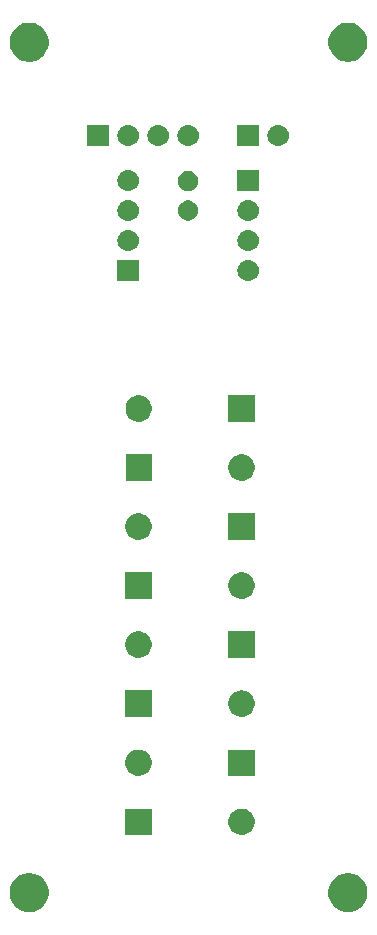
<source format=gbr>
G04 #@! TF.GenerationSoftware,KiCad,Pcbnew,(5.1.2-1)-1*
G04 #@! TF.CreationDate,2019-06-03T16:39:24-07:00*
G04 #@! TF.ProjectId,PowerDistribution,506f7765-7244-4697-9374-726962757469,rev?*
G04 #@! TF.SameCoordinates,Original*
G04 #@! TF.FileFunction,Soldermask,Top*
G04 #@! TF.FilePolarity,Negative*
%FSLAX46Y46*%
G04 Gerber Fmt 4.6, Leading zero omitted, Abs format (unit mm)*
G04 Created by KiCad (PCBNEW (5.1.2-1)-1) date 2019-06-03 16:39:24*
%MOMM*%
%LPD*%
G04 APERTURE LIST*
%ADD10C,0.100000*%
G04 APERTURE END LIST*
D10*
G36*
X138375256Y-24391298D02*
G01*
X138481579Y-24412447D01*
X138782042Y-24536903D01*
X139052451Y-24717585D01*
X139282415Y-24947549D01*
X139463097Y-25217958D01*
X139587553Y-25518421D01*
X139651000Y-25837391D01*
X139651000Y-26162609D01*
X139587553Y-26481579D01*
X139463097Y-26782042D01*
X139282415Y-27052451D01*
X139052451Y-27282415D01*
X138782042Y-27463097D01*
X138481579Y-27587553D01*
X138375256Y-27608702D01*
X138162611Y-27651000D01*
X137837389Y-27651000D01*
X137624744Y-27608702D01*
X137518421Y-27587553D01*
X137217958Y-27463097D01*
X136947549Y-27282415D01*
X136717585Y-27052451D01*
X136536903Y-26782042D01*
X136412447Y-26481579D01*
X136349000Y-26162609D01*
X136349000Y-25837391D01*
X136412447Y-25518421D01*
X136536903Y-25217958D01*
X136717585Y-24947549D01*
X136947549Y-24717585D01*
X137217958Y-24536903D01*
X137518421Y-24412447D01*
X137624744Y-24391298D01*
X137837389Y-24349000D01*
X138162611Y-24349000D01*
X138375256Y-24391298D01*
X138375256Y-24391298D01*
G37*
G36*
X111375256Y-24391298D02*
G01*
X111481579Y-24412447D01*
X111782042Y-24536903D01*
X112052451Y-24717585D01*
X112282415Y-24947549D01*
X112463097Y-25217958D01*
X112587553Y-25518421D01*
X112651000Y-25837391D01*
X112651000Y-26162609D01*
X112587553Y-26481579D01*
X112463097Y-26782042D01*
X112282415Y-27052451D01*
X112052451Y-27282415D01*
X111782042Y-27463097D01*
X111481579Y-27587553D01*
X111375256Y-27608702D01*
X111162611Y-27651000D01*
X110837389Y-27651000D01*
X110624744Y-27608702D01*
X110518421Y-27587553D01*
X110217958Y-27463097D01*
X109947549Y-27282415D01*
X109717585Y-27052451D01*
X109536903Y-26782042D01*
X109412447Y-26481579D01*
X109349000Y-26162609D01*
X109349000Y-25837391D01*
X109412447Y-25518421D01*
X109536903Y-25217958D01*
X109717585Y-24947549D01*
X109947549Y-24717585D01*
X110217958Y-24536903D01*
X110518421Y-24412447D01*
X110624744Y-24391298D01*
X110837389Y-24349000D01*
X111162611Y-24349000D01*
X111375256Y-24391298D01*
X111375256Y-24391298D01*
G37*
G36*
X121367600Y-21117600D02*
G01*
X119132400Y-21117600D01*
X119132400Y-18882400D01*
X121367600Y-18882400D01*
X121367600Y-21117600D01*
X121367600Y-21117600D01*
G37*
G36*
X129140800Y-18887232D02*
G01*
X129325992Y-18924068D01*
X129529382Y-19008315D01*
X129712429Y-19130623D01*
X129868097Y-19286291D01*
X129990405Y-19469338D01*
X130074652Y-19672728D01*
X130117600Y-19888646D01*
X130117600Y-20108794D01*
X130074652Y-20324712D01*
X129990405Y-20528102D01*
X129868097Y-20711149D01*
X129712429Y-20866817D01*
X129529382Y-20989125D01*
X129325992Y-21073372D01*
X129140800Y-21110208D01*
X129110075Y-21116320D01*
X128889925Y-21116320D01*
X128859200Y-21110208D01*
X128674008Y-21073372D01*
X128470618Y-20989125D01*
X128287571Y-20866817D01*
X128131903Y-20711149D01*
X128009595Y-20528102D01*
X127925348Y-20324712D01*
X127882400Y-20108794D01*
X127882400Y-19888646D01*
X127925348Y-19672728D01*
X128009595Y-19469338D01*
X128131903Y-19286291D01*
X128287571Y-19130623D01*
X128470618Y-19008315D01*
X128674008Y-18924068D01*
X128859200Y-18887232D01*
X128889925Y-18881120D01*
X129110075Y-18881120D01*
X129140800Y-18887232D01*
X129140800Y-18887232D01*
G37*
G36*
X120390800Y-13889792D02*
G01*
X120575992Y-13926628D01*
X120779382Y-14010875D01*
X120962429Y-14133183D01*
X121118097Y-14288851D01*
X121240405Y-14471898D01*
X121324652Y-14675288D01*
X121367600Y-14891206D01*
X121367600Y-15111354D01*
X121324652Y-15327272D01*
X121240405Y-15530662D01*
X121118097Y-15713709D01*
X120962429Y-15869377D01*
X120779382Y-15991685D01*
X120575992Y-16075932D01*
X120390800Y-16112768D01*
X120360075Y-16118880D01*
X120139925Y-16118880D01*
X120109200Y-16112768D01*
X119924008Y-16075932D01*
X119720618Y-15991685D01*
X119537571Y-15869377D01*
X119381903Y-15713709D01*
X119259595Y-15530662D01*
X119175348Y-15327272D01*
X119132400Y-15111354D01*
X119132400Y-14891206D01*
X119175348Y-14675288D01*
X119259595Y-14471898D01*
X119381903Y-14288851D01*
X119537571Y-14133183D01*
X119720618Y-14010875D01*
X119924008Y-13926628D01*
X120109200Y-13889792D01*
X120139925Y-13883680D01*
X120360075Y-13883680D01*
X120390800Y-13889792D01*
X120390800Y-13889792D01*
G37*
G36*
X130117600Y-16117600D02*
G01*
X127882400Y-16117600D01*
X127882400Y-13882400D01*
X130117600Y-13882400D01*
X130117600Y-16117600D01*
X130117600Y-16117600D01*
G37*
G36*
X121367600Y-11117600D02*
G01*
X119132400Y-11117600D01*
X119132400Y-8882400D01*
X121367600Y-8882400D01*
X121367600Y-11117600D01*
X121367600Y-11117600D01*
G37*
G36*
X129140800Y-8887232D02*
G01*
X129325992Y-8924068D01*
X129529382Y-9008315D01*
X129712429Y-9130623D01*
X129868097Y-9286291D01*
X129990405Y-9469338D01*
X130074652Y-9672728D01*
X130117600Y-9888646D01*
X130117600Y-10108794D01*
X130074652Y-10324712D01*
X129990405Y-10528102D01*
X129868097Y-10711149D01*
X129712429Y-10866817D01*
X129529382Y-10989125D01*
X129325992Y-11073372D01*
X129140800Y-11110208D01*
X129110075Y-11116320D01*
X128889925Y-11116320D01*
X128859200Y-11110208D01*
X128674008Y-11073372D01*
X128470618Y-10989125D01*
X128287571Y-10866817D01*
X128131903Y-10711149D01*
X128009595Y-10528102D01*
X127925348Y-10324712D01*
X127882400Y-10108794D01*
X127882400Y-9888646D01*
X127925348Y-9672728D01*
X128009595Y-9469338D01*
X128131903Y-9286291D01*
X128287571Y-9130623D01*
X128470618Y-9008315D01*
X128674008Y-8924068D01*
X128859200Y-8887232D01*
X128889925Y-8881120D01*
X129110075Y-8881120D01*
X129140800Y-8887232D01*
X129140800Y-8887232D01*
G37*
G36*
X120390800Y-3889792D02*
G01*
X120575992Y-3926628D01*
X120779382Y-4010875D01*
X120962429Y-4133183D01*
X121118097Y-4288851D01*
X121240405Y-4471898D01*
X121324652Y-4675288D01*
X121367600Y-4891206D01*
X121367600Y-5111354D01*
X121324652Y-5327272D01*
X121240405Y-5530662D01*
X121118097Y-5713709D01*
X120962429Y-5869377D01*
X120779382Y-5991685D01*
X120575992Y-6075932D01*
X120390800Y-6112768D01*
X120360075Y-6118880D01*
X120139925Y-6118880D01*
X120109200Y-6112768D01*
X119924008Y-6075932D01*
X119720618Y-5991685D01*
X119537571Y-5869377D01*
X119381903Y-5713709D01*
X119259595Y-5530662D01*
X119175348Y-5327272D01*
X119132400Y-5111354D01*
X119132400Y-4891206D01*
X119175348Y-4675288D01*
X119259595Y-4471898D01*
X119381903Y-4288851D01*
X119537571Y-4133183D01*
X119720618Y-4010875D01*
X119924008Y-3926628D01*
X120109200Y-3889792D01*
X120139925Y-3883680D01*
X120360075Y-3883680D01*
X120390800Y-3889792D01*
X120390800Y-3889792D01*
G37*
G36*
X130117600Y-6117600D02*
G01*
X127882400Y-6117600D01*
X127882400Y-3882400D01*
X130117600Y-3882400D01*
X130117600Y-6117600D01*
X130117600Y-6117600D01*
G37*
G36*
X121367600Y-1117600D02*
G01*
X119132400Y-1117600D01*
X119132400Y1117600D01*
X121367600Y1117600D01*
X121367600Y-1117600D01*
X121367600Y-1117600D01*
G37*
G36*
X129140800Y1112768D02*
G01*
X129325992Y1075932D01*
X129529382Y991685D01*
X129712429Y869377D01*
X129868097Y713709D01*
X129990405Y530662D01*
X130074652Y327272D01*
X130117600Y111354D01*
X130117600Y-108794D01*
X130074652Y-324712D01*
X129990405Y-528102D01*
X129868097Y-711149D01*
X129712429Y-866817D01*
X129529382Y-989125D01*
X129325992Y-1073372D01*
X129140800Y-1110208D01*
X129110075Y-1116320D01*
X128889925Y-1116320D01*
X128859200Y-1110208D01*
X128674008Y-1073372D01*
X128470618Y-989125D01*
X128287571Y-866817D01*
X128131903Y-711149D01*
X128009595Y-528102D01*
X127925348Y-324712D01*
X127882400Y-108794D01*
X127882400Y111354D01*
X127925348Y327272D01*
X128009595Y530662D01*
X128131903Y713709D01*
X128287571Y869377D01*
X128470618Y991685D01*
X128674008Y1075932D01*
X128859200Y1112768D01*
X128889925Y1118880D01*
X129110075Y1118880D01*
X129140800Y1112768D01*
X129140800Y1112768D01*
G37*
G36*
X120390800Y6110208D02*
G01*
X120575992Y6073372D01*
X120779382Y5989125D01*
X120962429Y5866817D01*
X121118097Y5711149D01*
X121240405Y5528102D01*
X121324652Y5324712D01*
X121367600Y5108794D01*
X121367600Y4888646D01*
X121324652Y4672728D01*
X121240405Y4469338D01*
X121118097Y4286291D01*
X120962429Y4130623D01*
X120779382Y4008315D01*
X120575992Y3924068D01*
X120390800Y3887232D01*
X120360075Y3881120D01*
X120139925Y3881120D01*
X120109200Y3887232D01*
X119924008Y3924068D01*
X119720618Y4008315D01*
X119537571Y4130623D01*
X119381903Y4286291D01*
X119259595Y4469338D01*
X119175348Y4672728D01*
X119132400Y4888646D01*
X119132400Y5108794D01*
X119175348Y5324712D01*
X119259595Y5528102D01*
X119381903Y5711149D01*
X119537571Y5866817D01*
X119720618Y5989125D01*
X119924008Y6073372D01*
X120109200Y6110208D01*
X120139925Y6116320D01*
X120360075Y6116320D01*
X120390800Y6110208D01*
X120390800Y6110208D01*
G37*
G36*
X130117600Y3882400D02*
G01*
X127882400Y3882400D01*
X127882400Y6117600D01*
X130117600Y6117600D01*
X130117600Y3882400D01*
X130117600Y3882400D01*
G37*
G36*
X121402600Y8882400D02*
G01*
X119167400Y8882400D01*
X119167400Y11117600D01*
X121402600Y11117600D01*
X121402600Y8882400D01*
X121402600Y8882400D01*
G37*
G36*
X129140800Y11112768D02*
G01*
X129325992Y11075932D01*
X129529382Y10991685D01*
X129712429Y10869377D01*
X129868097Y10713709D01*
X129990405Y10530662D01*
X130074652Y10327272D01*
X130117600Y10111354D01*
X130117600Y9891206D01*
X130074652Y9675288D01*
X129990405Y9471898D01*
X129868097Y9288851D01*
X129712429Y9133183D01*
X129529382Y9010875D01*
X129325992Y8926628D01*
X129140800Y8889792D01*
X129110075Y8883680D01*
X128889925Y8883680D01*
X128859200Y8889792D01*
X128674008Y8926628D01*
X128470618Y9010875D01*
X128287571Y9133183D01*
X128131903Y9288851D01*
X128009595Y9471898D01*
X127925348Y9675288D01*
X127882400Y9891206D01*
X127882400Y10111354D01*
X127925348Y10327272D01*
X128009595Y10530662D01*
X128131903Y10713709D01*
X128287571Y10869377D01*
X128470618Y10991685D01*
X128674008Y11075932D01*
X128859200Y11112768D01*
X128889925Y11118880D01*
X129110075Y11118880D01*
X129140800Y11112768D01*
X129140800Y11112768D01*
G37*
G36*
X120425800Y16110208D02*
G01*
X120610992Y16073372D01*
X120814382Y15989125D01*
X120997429Y15866817D01*
X121153097Y15711149D01*
X121275405Y15528102D01*
X121359652Y15324712D01*
X121402600Y15108794D01*
X121402600Y14888646D01*
X121359652Y14672728D01*
X121275405Y14469338D01*
X121153097Y14286291D01*
X120997429Y14130623D01*
X120814382Y14008315D01*
X120610992Y13924068D01*
X120425800Y13887232D01*
X120395075Y13881120D01*
X120174925Y13881120D01*
X120144200Y13887232D01*
X119959008Y13924068D01*
X119755618Y14008315D01*
X119572571Y14130623D01*
X119416903Y14286291D01*
X119294595Y14469338D01*
X119210348Y14672728D01*
X119167400Y14888646D01*
X119167400Y15108794D01*
X119210348Y15324712D01*
X119294595Y15528102D01*
X119416903Y15711149D01*
X119572571Y15866817D01*
X119755618Y15989125D01*
X119959008Y16073372D01*
X120144200Y16110208D01*
X120174925Y16116320D01*
X120395075Y16116320D01*
X120425800Y16110208D01*
X120425800Y16110208D01*
G37*
G36*
X130117600Y13882400D02*
G01*
X127882400Y13882400D01*
X127882400Y16117600D01*
X130117600Y16117600D01*
X130117600Y13882400D01*
X130117600Y13882400D01*
G37*
G36*
X120281000Y25769000D02*
G01*
X118479000Y25769000D01*
X118479000Y27571000D01*
X120281000Y27571000D01*
X120281000Y25769000D01*
X120281000Y25769000D01*
G37*
G36*
X129650442Y27564482D02*
G01*
X129716627Y27557963D01*
X129886466Y27506443D01*
X130042991Y27422778D01*
X130078729Y27393448D01*
X130180186Y27310186D01*
X130263448Y27208729D01*
X130292778Y27172991D01*
X130376443Y27016466D01*
X130427963Y26846627D01*
X130445359Y26670000D01*
X130427963Y26493373D01*
X130376443Y26323534D01*
X130292778Y26167009D01*
X130263448Y26131271D01*
X130180186Y26029814D01*
X130078729Y25946552D01*
X130042991Y25917222D01*
X129886466Y25833557D01*
X129716627Y25782037D01*
X129650442Y25775518D01*
X129584260Y25769000D01*
X129495740Y25769000D01*
X129429557Y25775519D01*
X129363373Y25782037D01*
X129193534Y25833557D01*
X129037009Y25917222D01*
X129001271Y25946552D01*
X128899814Y26029814D01*
X128816552Y26131271D01*
X128787222Y26167009D01*
X128703557Y26323534D01*
X128652037Y26493373D01*
X128634641Y26670000D01*
X128652037Y26846627D01*
X128703557Y27016466D01*
X128787222Y27172991D01*
X128816552Y27208729D01*
X128899814Y27310186D01*
X129001271Y27393448D01*
X129037009Y27422778D01*
X129193534Y27506443D01*
X129363373Y27557963D01*
X129429558Y27564482D01*
X129495740Y27571000D01*
X129584260Y27571000D01*
X129650442Y27564482D01*
X129650442Y27564482D01*
G37*
G36*
X119490442Y30104482D02*
G01*
X119556627Y30097963D01*
X119726466Y30046443D01*
X119882991Y29962778D01*
X119918729Y29933448D01*
X120020186Y29850186D01*
X120103448Y29748729D01*
X120132778Y29712991D01*
X120216443Y29556466D01*
X120267963Y29386627D01*
X120285359Y29210000D01*
X120267963Y29033373D01*
X120216443Y28863534D01*
X120132778Y28707009D01*
X120103448Y28671271D01*
X120020186Y28569814D01*
X119918729Y28486552D01*
X119882991Y28457222D01*
X119726466Y28373557D01*
X119556627Y28322037D01*
X119490442Y28315518D01*
X119424260Y28309000D01*
X119335740Y28309000D01*
X119269558Y28315518D01*
X119203373Y28322037D01*
X119033534Y28373557D01*
X118877009Y28457222D01*
X118841271Y28486552D01*
X118739814Y28569814D01*
X118656552Y28671271D01*
X118627222Y28707009D01*
X118543557Y28863534D01*
X118492037Y29033373D01*
X118474641Y29210000D01*
X118492037Y29386627D01*
X118543557Y29556466D01*
X118627222Y29712991D01*
X118656552Y29748729D01*
X118739814Y29850186D01*
X118841271Y29933448D01*
X118877009Y29962778D01*
X119033534Y30046443D01*
X119203373Y30097963D01*
X119269558Y30104482D01*
X119335740Y30111000D01*
X119424260Y30111000D01*
X119490442Y30104482D01*
X119490442Y30104482D01*
G37*
G36*
X129650442Y30104482D02*
G01*
X129716627Y30097963D01*
X129886466Y30046443D01*
X130042991Y29962778D01*
X130078729Y29933448D01*
X130180186Y29850186D01*
X130263448Y29748729D01*
X130292778Y29712991D01*
X130376443Y29556466D01*
X130427963Y29386627D01*
X130445359Y29210000D01*
X130427963Y29033373D01*
X130376443Y28863534D01*
X130292778Y28707009D01*
X130263448Y28671271D01*
X130180186Y28569814D01*
X130078729Y28486552D01*
X130042991Y28457222D01*
X129886466Y28373557D01*
X129716627Y28322037D01*
X129650442Y28315518D01*
X129584260Y28309000D01*
X129495740Y28309000D01*
X129429558Y28315518D01*
X129363373Y28322037D01*
X129193534Y28373557D01*
X129037009Y28457222D01*
X129001271Y28486552D01*
X128899814Y28569814D01*
X128816552Y28671271D01*
X128787222Y28707009D01*
X128703557Y28863534D01*
X128652037Y29033373D01*
X128634641Y29210000D01*
X128652037Y29386627D01*
X128703557Y29556466D01*
X128787222Y29712991D01*
X128816552Y29748729D01*
X128899814Y29850186D01*
X129001271Y29933448D01*
X129037009Y29962778D01*
X129193534Y30046443D01*
X129363373Y30097963D01*
X129429558Y30104482D01*
X129495740Y30111000D01*
X129584260Y30111000D01*
X129650442Y30104482D01*
X129650442Y30104482D01*
G37*
G36*
X119490442Y32644482D02*
G01*
X119556627Y32637963D01*
X119726466Y32586443D01*
X119882991Y32502778D01*
X119918729Y32473448D01*
X120020186Y32390186D01*
X120100369Y32292481D01*
X120132778Y32252991D01*
X120216443Y32096466D01*
X120267963Y31926627D01*
X120285359Y31750000D01*
X120267963Y31573373D01*
X120216443Y31403534D01*
X120132778Y31247009D01*
X120103448Y31211271D01*
X120020186Y31109814D01*
X119918729Y31026552D01*
X119882991Y30997222D01*
X119726466Y30913557D01*
X119556627Y30862037D01*
X119490443Y30855519D01*
X119424260Y30849000D01*
X119335740Y30849000D01*
X119269557Y30855519D01*
X119203373Y30862037D01*
X119033534Y30913557D01*
X118877009Y30997222D01*
X118841271Y31026552D01*
X118739814Y31109814D01*
X118656552Y31211271D01*
X118627222Y31247009D01*
X118543557Y31403534D01*
X118492037Y31573373D01*
X118474641Y31750000D01*
X118492037Y31926627D01*
X118543557Y32096466D01*
X118627222Y32252991D01*
X118659631Y32292481D01*
X118739814Y32390186D01*
X118841271Y32473448D01*
X118877009Y32502778D01*
X119033534Y32586443D01*
X119203373Y32637963D01*
X119269558Y32644482D01*
X119335740Y32651000D01*
X119424260Y32651000D01*
X119490442Y32644482D01*
X119490442Y32644482D01*
G37*
G36*
X129650442Y32644482D02*
G01*
X129716627Y32637963D01*
X129886466Y32586443D01*
X130042991Y32502778D01*
X130078729Y32473448D01*
X130180186Y32390186D01*
X130260369Y32292481D01*
X130292778Y32252991D01*
X130376443Y32096466D01*
X130427963Y31926627D01*
X130445359Y31750000D01*
X130427963Y31573373D01*
X130376443Y31403534D01*
X130292778Y31247009D01*
X130263448Y31211271D01*
X130180186Y31109814D01*
X130078729Y31026552D01*
X130042991Y30997222D01*
X129886466Y30913557D01*
X129716627Y30862037D01*
X129650443Y30855519D01*
X129584260Y30849000D01*
X129495740Y30849000D01*
X129429557Y30855519D01*
X129363373Y30862037D01*
X129193534Y30913557D01*
X129037009Y30997222D01*
X129001271Y31026552D01*
X128899814Y31109814D01*
X128816552Y31211271D01*
X128787222Y31247009D01*
X128703557Y31403534D01*
X128652037Y31573373D01*
X128634641Y31750000D01*
X128652037Y31926627D01*
X128703557Y32096466D01*
X128787222Y32252991D01*
X128819631Y32292481D01*
X128899814Y32390186D01*
X129001271Y32473448D01*
X129037009Y32502778D01*
X129193534Y32586443D01*
X129363373Y32637963D01*
X129429558Y32644482D01*
X129495740Y32651000D01*
X129584260Y32651000D01*
X129650442Y32644482D01*
X129650442Y32644482D01*
G37*
G36*
X124708228Y32568297D02*
G01*
X124863100Y32504147D01*
X125002481Y32411015D01*
X125121015Y32292481D01*
X125214147Y32153100D01*
X125278297Y31998228D01*
X125311000Y31833816D01*
X125311000Y31666184D01*
X125278297Y31501772D01*
X125214147Y31346900D01*
X125121015Y31207519D01*
X125002481Y31088985D01*
X124863100Y30995853D01*
X124708228Y30931703D01*
X124543816Y30899000D01*
X124376184Y30899000D01*
X124211772Y30931703D01*
X124056900Y30995853D01*
X123917519Y31088985D01*
X123798985Y31207519D01*
X123705853Y31346900D01*
X123641703Y31501772D01*
X123609000Y31666184D01*
X123609000Y31833816D01*
X123641703Y31998228D01*
X123705853Y32153100D01*
X123798985Y32292481D01*
X123917519Y32411015D01*
X124056900Y32504147D01*
X124211772Y32568297D01*
X124376184Y32601000D01*
X124543816Y32601000D01*
X124708228Y32568297D01*
X124708228Y32568297D01*
G37*
G36*
X130441000Y33389000D02*
G01*
X128639000Y33389000D01*
X128639000Y35191000D01*
X130441000Y35191000D01*
X130441000Y33389000D01*
X130441000Y33389000D01*
G37*
G36*
X119490442Y35184482D02*
G01*
X119556627Y35177963D01*
X119726466Y35126443D01*
X119882991Y35042778D01*
X119918729Y35013448D01*
X120020186Y34930186D01*
X120103448Y34828729D01*
X120132778Y34792991D01*
X120132779Y34792989D01*
X120207554Y34653097D01*
X120216443Y34636466D01*
X120267963Y34466627D01*
X120285359Y34290000D01*
X120267963Y34113373D01*
X120216443Y33943534D01*
X120132778Y33787009D01*
X120103448Y33751271D01*
X120020186Y33649814D01*
X119918729Y33566552D01*
X119882991Y33537222D01*
X119726466Y33453557D01*
X119556627Y33402037D01*
X119490442Y33395518D01*
X119424260Y33389000D01*
X119335740Y33389000D01*
X119269558Y33395518D01*
X119203373Y33402037D01*
X119033534Y33453557D01*
X118877009Y33537222D01*
X118841271Y33566552D01*
X118739814Y33649814D01*
X118656552Y33751271D01*
X118627222Y33787009D01*
X118543557Y33943534D01*
X118492037Y34113373D01*
X118474641Y34290000D01*
X118492037Y34466627D01*
X118543557Y34636466D01*
X118552447Y34653097D01*
X118627221Y34792989D01*
X118627222Y34792991D01*
X118656552Y34828729D01*
X118739814Y34930186D01*
X118841271Y35013448D01*
X118877009Y35042778D01*
X119033534Y35126443D01*
X119203373Y35177963D01*
X119269558Y35184482D01*
X119335740Y35191000D01*
X119424260Y35191000D01*
X119490442Y35184482D01*
X119490442Y35184482D01*
G37*
G36*
X124708228Y35068297D02*
G01*
X124863100Y35004147D01*
X125002481Y34911015D01*
X125121015Y34792481D01*
X125214147Y34653100D01*
X125278297Y34498228D01*
X125311000Y34333816D01*
X125311000Y34166184D01*
X125278297Y34001772D01*
X125214147Y33846900D01*
X125121015Y33707519D01*
X125002481Y33588985D01*
X124863100Y33495853D01*
X124708228Y33431703D01*
X124543816Y33399000D01*
X124376184Y33399000D01*
X124211772Y33431703D01*
X124056900Y33495853D01*
X123917519Y33588985D01*
X123798985Y33707519D01*
X123705853Y33846900D01*
X123641703Y34001772D01*
X123609000Y34166184D01*
X123609000Y34333816D01*
X123641703Y34498228D01*
X123705853Y34653100D01*
X123798985Y34792481D01*
X123917519Y34911015D01*
X124056900Y35004147D01*
X124211772Y35068297D01*
X124376184Y35101000D01*
X124543816Y35101000D01*
X124708228Y35068297D01*
X124708228Y35068297D01*
G37*
G36*
X132190443Y38994481D02*
G01*
X132256627Y38987963D01*
X132426466Y38936443D01*
X132582991Y38852778D01*
X132618729Y38823448D01*
X132720186Y38740186D01*
X132803448Y38638729D01*
X132832778Y38602991D01*
X132916443Y38446466D01*
X132967963Y38276627D01*
X132985359Y38100000D01*
X132967963Y37923373D01*
X132916443Y37753534D01*
X132832778Y37597009D01*
X132803448Y37561271D01*
X132720186Y37459814D01*
X132618729Y37376552D01*
X132582991Y37347222D01*
X132426466Y37263557D01*
X132256627Y37212037D01*
X132190442Y37205518D01*
X132124260Y37199000D01*
X132035740Y37199000D01*
X131969558Y37205518D01*
X131903373Y37212037D01*
X131733534Y37263557D01*
X131577009Y37347222D01*
X131541271Y37376552D01*
X131439814Y37459814D01*
X131356552Y37561271D01*
X131327222Y37597009D01*
X131243557Y37753534D01*
X131192037Y37923373D01*
X131174641Y38100000D01*
X131192037Y38276627D01*
X131243557Y38446466D01*
X131327222Y38602991D01*
X131356552Y38638729D01*
X131439814Y38740186D01*
X131541271Y38823448D01*
X131577009Y38852778D01*
X131733534Y38936443D01*
X131903373Y38987963D01*
X131969557Y38994481D01*
X132035740Y39001000D01*
X132124260Y39001000D01*
X132190443Y38994481D01*
X132190443Y38994481D01*
G37*
G36*
X130441000Y37199000D02*
G01*
X128639000Y37199000D01*
X128639000Y39001000D01*
X130441000Y39001000D01*
X130441000Y37199000D01*
X130441000Y37199000D01*
G37*
G36*
X124570443Y38994481D02*
G01*
X124636627Y38987963D01*
X124806466Y38936443D01*
X124962991Y38852778D01*
X124998729Y38823448D01*
X125100186Y38740186D01*
X125183448Y38638729D01*
X125212778Y38602991D01*
X125296443Y38446466D01*
X125347963Y38276627D01*
X125365359Y38100000D01*
X125347963Y37923373D01*
X125296443Y37753534D01*
X125212778Y37597009D01*
X125183448Y37561271D01*
X125100186Y37459814D01*
X124998729Y37376552D01*
X124962991Y37347222D01*
X124806466Y37263557D01*
X124636627Y37212037D01*
X124570442Y37205518D01*
X124504260Y37199000D01*
X124415740Y37199000D01*
X124349558Y37205518D01*
X124283373Y37212037D01*
X124113534Y37263557D01*
X123957009Y37347222D01*
X123921271Y37376552D01*
X123819814Y37459814D01*
X123736552Y37561271D01*
X123707222Y37597009D01*
X123623557Y37753534D01*
X123572037Y37923373D01*
X123554641Y38100000D01*
X123572037Y38276627D01*
X123623557Y38446466D01*
X123707222Y38602991D01*
X123736552Y38638729D01*
X123819814Y38740186D01*
X123921271Y38823448D01*
X123957009Y38852778D01*
X124113534Y38936443D01*
X124283373Y38987963D01*
X124349557Y38994481D01*
X124415740Y39001000D01*
X124504260Y39001000D01*
X124570443Y38994481D01*
X124570443Y38994481D01*
G37*
G36*
X122030443Y38994481D02*
G01*
X122096627Y38987963D01*
X122266466Y38936443D01*
X122422991Y38852778D01*
X122458729Y38823448D01*
X122560186Y38740186D01*
X122643448Y38638729D01*
X122672778Y38602991D01*
X122756443Y38446466D01*
X122807963Y38276627D01*
X122825359Y38100000D01*
X122807963Y37923373D01*
X122756443Y37753534D01*
X122672778Y37597009D01*
X122643448Y37561271D01*
X122560186Y37459814D01*
X122458729Y37376552D01*
X122422991Y37347222D01*
X122266466Y37263557D01*
X122096627Y37212037D01*
X122030442Y37205518D01*
X121964260Y37199000D01*
X121875740Y37199000D01*
X121809558Y37205518D01*
X121743373Y37212037D01*
X121573534Y37263557D01*
X121417009Y37347222D01*
X121381271Y37376552D01*
X121279814Y37459814D01*
X121196552Y37561271D01*
X121167222Y37597009D01*
X121083557Y37753534D01*
X121032037Y37923373D01*
X121014641Y38100000D01*
X121032037Y38276627D01*
X121083557Y38446466D01*
X121167222Y38602991D01*
X121196552Y38638729D01*
X121279814Y38740186D01*
X121381271Y38823448D01*
X121417009Y38852778D01*
X121573534Y38936443D01*
X121743373Y38987963D01*
X121809557Y38994481D01*
X121875740Y39001000D01*
X121964260Y39001000D01*
X122030443Y38994481D01*
X122030443Y38994481D01*
G37*
G36*
X119490443Y38994481D02*
G01*
X119556627Y38987963D01*
X119726466Y38936443D01*
X119882991Y38852778D01*
X119918729Y38823448D01*
X120020186Y38740186D01*
X120103448Y38638729D01*
X120132778Y38602991D01*
X120216443Y38446466D01*
X120267963Y38276627D01*
X120285359Y38100000D01*
X120267963Y37923373D01*
X120216443Y37753534D01*
X120132778Y37597009D01*
X120103448Y37561271D01*
X120020186Y37459814D01*
X119918729Y37376552D01*
X119882991Y37347222D01*
X119726466Y37263557D01*
X119556627Y37212037D01*
X119490442Y37205518D01*
X119424260Y37199000D01*
X119335740Y37199000D01*
X119269558Y37205518D01*
X119203373Y37212037D01*
X119033534Y37263557D01*
X118877009Y37347222D01*
X118841271Y37376552D01*
X118739814Y37459814D01*
X118656552Y37561271D01*
X118627222Y37597009D01*
X118543557Y37753534D01*
X118492037Y37923373D01*
X118474641Y38100000D01*
X118492037Y38276627D01*
X118543557Y38446466D01*
X118627222Y38602991D01*
X118656552Y38638729D01*
X118739814Y38740186D01*
X118841271Y38823448D01*
X118877009Y38852778D01*
X119033534Y38936443D01*
X119203373Y38987963D01*
X119269557Y38994481D01*
X119335740Y39001000D01*
X119424260Y39001000D01*
X119490443Y38994481D01*
X119490443Y38994481D01*
G37*
G36*
X117741000Y37199000D02*
G01*
X115939000Y37199000D01*
X115939000Y39001000D01*
X117741000Y39001000D01*
X117741000Y37199000D01*
X117741000Y37199000D01*
G37*
G36*
X111375256Y47608702D02*
G01*
X111481579Y47587553D01*
X111782042Y47463097D01*
X112052451Y47282415D01*
X112282415Y47052451D01*
X112463097Y46782042D01*
X112587553Y46481579D01*
X112651000Y46162609D01*
X112651000Y45837391D01*
X112587553Y45518421D01*
X112463097Y45217958D01*
X112282415Y44947549D01*
X112052451Y44717585D01*
X111782042Y44536903D01*
X111481579Y44412447D01*
X111375256Y44391298D01*
X111162611Y44349000D01*
X110837389Y44349000D01*
X110624744Y44391298D01*
X110518421Y44412447D01*
X110217958Y44536903D01*
X109947549Y44717585D01*
X109717585Y44947549D01*
X109536903Y45217958D01*
X109412447Y45518421D01*
X109349000Y45837391D01*
X109349000Y46162609D01*
X109412447Y46481579D01*
X109536903Y46782042D01*
X109717585Y47052451D01*
X109947549Y47282415D01*
X110217958Y47463097D01*
X110518421Y47587553D01*
X110624744Y47608702D01*
X110837389Y47651000D01*
X111162611Y47651000D01*
X111375256Y47608702D01*
X111375256Y47608702D01*
G37*
G36*
X138375256Y47608702D02*
G01*
X138481579Y47587553D01*
X138782042Y47463097D01*
X139052451Y47282415D01*
X139282415Y47052451D01*
X139463097Y46782042D01*
X139587553Y46481579D01*
X139651000Y46162609D01*
X139651000Y45837391D01*
X139587553Y45518421D01*
X139463097Y45217958D01*
X139282415Y44947549D01*
X139052451Y44717585D01*
X138782042Y44536903D01*
X138481579Y44412447D01*
X138375256Y44391298D01*
X138162611Y44349000D01*
X137837389Y44349000D01*
X137624744Y44391298D01*
X137518421Y44412447D01*
X137217958Y44536903D01*
X136947549Y44717585D01*
X136717585Y44947549D01*
X136536903Y45217958D01*
X136412447Y45518421D01*
X136349000Y45837391D01*
X136349000Y46162609D01*
X136412447Y46481579D01*
X136536903Y46782042D01*
X136717585Y47052451D01*
X136947549Y47282415D01*
X137217958Y47463097D01*
X137518421Y47587553D01*
X137624744Y47608702D01*
X137837389Y47651000D01*
X138162611Y47651000D01*
X138375256Y47608702D01*
X138375256Y47608702D01*
G37*
M02*

</source>
